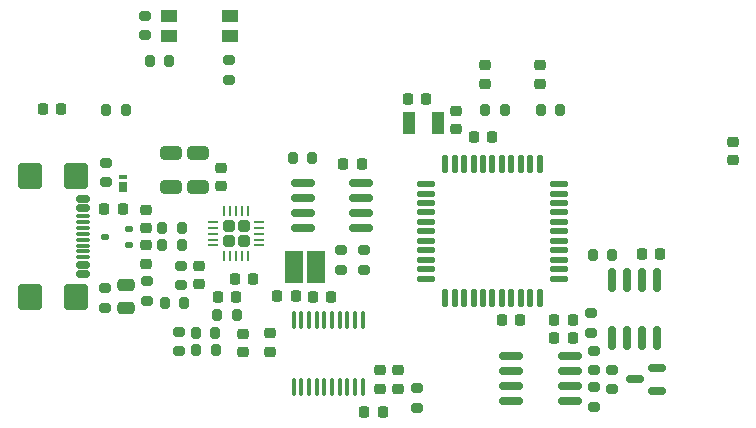
<source format=gbr>
%TF.GenerationSoftware,KiCad,Pcbnew,9.0.2*%
%TF.CreationDate,2025-09-25T10:32:18+03:00*%
%TF.ProjectId,uPIC46,75504943-3436-42e6-9b69-6361645f7063,V0*%
%TF.SameCoordinates,Original*%
%TF.FileFunction,Paste,Top*%
%TF.FilePolarity,Positive*%
%FSLAX46Y46*%
G04 Gerber Fmt 4.6, Leading zero omitted, Abs format (unit mm)*
G04 Created by KiCad (PCBNEW 9.0.2) date 2025-09-25 10:32:18*
%MOMM*%
%LPD*%
G01*
G04 APERTURE LIST*
G04 Aperture macros list*
%AMRoundRect*
0 Rectangle with rounded corners*
0 $1 Rounding radius*
0 $2 $3 $4 $5 $6 $7 $8 $9 X,Y pos of 4 corners*
0 Add a 4 corners polygon primitive as box body*
4,1,4,$2,$3,$4,$5,$6,$7,$8,$9,$2,$3,0*
0 Add four circle primitives for the rounded corners*
1,1,$1+$1,$2,$3*
1,1,$1+$1,$4,$5*
1,1,$1+$1,$6,$7*
1,1,$1+$1,$8,$9*
0 Add four rect primitives between the rounded corners*
20,1,$1+$1,$2,$3,$4,$5,0*
20,1,$1+$1,$4,$5,$6,$7,0*
20,1,$1+$1,$6,$7,$8,$9,0*
20,1,$1+$1,$8,$9,$2,$3,0*%
G04 Aperture macros list end*
%ADD10RoundRect,0.075000X0.275000X-0.390000X0.275000X0.390000X-0.275000X0.390000X-0.275000X-0.390000X0*%
%ADD11RoundRect,0.075000X0.275000X-0.075000X0.275000X0.075000X-0.275000X0.075000X-0.275000X-0.075000X0*%
%ADD12RoundRect,0.218750X-0.256250X0.218750X-0.256250X-0.218750X0.256250X-0.218750X0.256250X0.218750X0*%
%ADD13RoundRect,0.225000X0.250000X-0.225000X0.250000X0.225000X-0.250000X0.225000X-0.250000X-0.225000X0*%
%ADD14RoundRect,0.225000X0.225000X0.250000X-0.225000X0.250000X-0.225000X-0.250000X0.225000X-0.250000X0*%
%ADD15R,1.500000X2.700000*%
%ADD16RoundRect,0.200000X0.275000X-0.200000X0.275000X0.200000X-0.275000X0.200000X-0.275000X-0.200000X0*%
%ADD17RoundRect,0.150000X-0.825000X-0.150000X0.825000X-0.150000X0.825000X0.150000X-0.825000X0.150000X0*%
%ADD18RoundRect,0.200000X-0.200000X-0.275000X0.200000X-0.275000X0.200000X0.275000X-0.200000X0.275000X0*%
%ADD19RoundRect,0.200000X-0.275000X0.200000X-0.275000X-0.200000X0.275000X-0.200000X0.275000X0.200000X0*%
%ADD20RoundRect,0.218750X-0.218750X-0.256250X0.218750X-0.256250X0.218750X0.256250X-0.218750X0.256250X0*%
%ADD21RoundRect,0.225000X-0.225000X-0.250000X0.225000X-0.250000X0.225000X0.250000X-0.225000X0.250000X0*%
%ADD22RoundRect,0.250000X0.650000X-0.325000X0.650000X0.325000X-0.650000X0.325000X-0.650000X-0.325000X0*%
%ADD23RoundRect,0.150000X0.587500X0.150000X-0.587500X0.150000X-0.587500X-0.150000X0.587500X-0.150000X0*%
%ADD24RoundRect,0.218750X0.218750X0.256250X-0.218750X0.256250X-0.218750X-0.256250X0.218750X-0.256250X0*%
%ADD25RoundRect,0.225000X-0.250000X0.225000X-0.250000X-0.225000X0.250000X-0.225000X0.250000X0.225000X0*%
%ADD26R,1.100000X1.900000*%
%ADD27RoundRect,0.150000X-0.425000X0.150000X-0.425000X-0.150000X0.425000X-0.150000X0.425000X0.150000X0*%
%ADD28RoundRect,0.075000X-0.500000X0.075000X-0.500000X-0.075000X0.500000X-0.075000X0.500000X0.075000X0*%
%ADD29RoundRect,0.250000X-0.750000X0.840000X-0.750000X-0.840000X0.750000X-0.840000X0.750000X0.840000X0*%
%ADD30RoundRect,0.250000X-0.255000X0.255000X-0.255000X-0.255000X0.255000X-0.255000X0.255000X0.255000X0*%
%ADD31RoundRect,0.062500X-0.062500X0.350000X-0.062500X-0.350000X0.062500X-0.350000X0.062500X0.350000X0*%
%ADD32RoundRect,0.062500X-0.350000X0.062500X-0.350000X-0.062500X0.350000X-0.062500X0.350000X0.062500X0*%
%ADD33RoundRect,0.200000X0.200000X0.275000X-0.200000X0.275000X-0.200000X-0.275000X0.200000X-0.275000X0*%
%ADD34R,1.450000X1.000000*%
%ADD35RoundRect,0.150000X-0.150000X0.825000X-0.150000X-0.825000X0.150000X-0.825000X0.150000X0.825000X0*%
%ADD36RoundRect,0.112500X0.237500X-0.112500X0.237500X0.112500X-0.237500X0.112500X-0.237500X-0.112500X0*%
%ADD37RoundRect,0.137500X0.137500X-0.600000X0.137500X0.600000X-0.137500X0.600000X-0.137500X-0.600000X0*%
%ADD38RoundRect,0.137500X0.600000X-0.137500X0.600000X0.137500X-0.600000X0.137500X-0.600000X-0.137500X0*%
%ADD39RoundRect,0.100000X-0.100000X0.637500X-0.100000X-0.637500X0.100000X-0.637500X0.100000X0.637500X0*%
%ADD40RoundRect,0.250000X0.475000X-0.250000X0.475000X0.250000X-0.475000X0.250000X-0.475000X-0.250000X0*%
G04 APERTURE END LIST*
D10*
%TO.C,D1*%
X127220000Y-93985000D03*
D11*
X127220000Y-93100000D03*
%TD*%
D12*
%TO.C,D3*%
X162520000Y-83662500D03*
X162520000Y-85237500D03*
%TD*%
D13*
%TO.C,C7*%
X148950000Y-111015000D03*
X148950000Y-109465000D03*
%TD*%
D14*
%TO.C,C23*%
X165245000Y-106760000D03*
X163695000Y-106760000D03*
%TD*%
D13*
%TO.C,C2*%
X135500000Y-93905000D03*
X135500000Y-92355000D03*
%TD*%
D15*
%TO.C,XTAL1*%
X143550000Y-100720000D03*
X141650000Y-100720000D03*
%TD*%
D16*
%TO.C,R14*%
X152070000Y-112635000D03*
X152070000Y-110985000D03*
%TD*%
D17*
%TO.C,U7*%
X160060000Y-108300000D03*
X160060000Y-109570000D03*
X160060000Y-110840000D03*
X160060000Y-112110000D03*
X165010000Y-112110000D03*
X165010000Y-110840000D03*
X165010000Y-109570000D03*
X165010000Y-108300000D03*
%TD*%
D16*
%TO.C,R9*%
X132120000Y-102255000D03*
X132120000Y-100605000D03*
%TD*%
D18*
%TO.C,R26*%
X125785000Y-87410000D03*
X127435000Y-87410000D03*
%TD*%
D19*
%TO.C,R21*%
X166810000Y-104635000D03*
X166810000Y-106285000D03*
%TD*%
%TO.C,R3*%
X129230000Y-101945000D03*
X129230000Y-103595000D03*
%TD*%
D20*
%TO.C,D8*%
X120392500Y-87390000D03*
X121967500Y-87390000D03*
%TD*%
D21*
%TO.C,C12*%
X136655000Y-101770000D03*
X138205000Y-101770000D03*
%TD*%
D22*
%TO.C,C1*%
X133550000Y-93995000D03*
X133550000Y-91045000D03*
%TD*%
D18*
%TO.C,R7*%
X135155000Y-104770000D03*
X136805000Y-104770000D03*
%TD*%
D19*
%TO.C,R17*%
X168595000Y-109410000D03*
X168595000Y-111060000D03*
%TD*%
D17*
%TO.C,U3*%
X142415000Y-93595000D03*
X142415000Y-94865000D03*
X142415000Y-96135000D03*
X142415000Y-97405000D03*
X147365000Y-97405000D03*
X147365000Y-96135000D03*
X147365000Y-94865000D03*
X147365000Y-93595000D03*
%TD*%
D23*
%TO.C,D2*%
X172432500Y-111197500D03*
X172432500Y-109297500D03*
X170557500Y-110247500D03*
%TD*%
D24*
%TO.C,FB1*%
X127167500Y-95780000D03*
X125592500Y-95780000D03*
%TD*%
D18*
%TO.C,R8*%
X133365000Y-106300000D03*
X135015000Y-106300000D03*
%TD*%
D25*
%TO.C,C4*%
X129130000Y-98885000D03*
X129130000Y-100435000D03*
%TD*%
%TO.C,C8*%
X133660000Y-100655000D03*
X133660000Y-102205000D03*
%TD*%
D13*
%TO.C,C3*%
X129130000Y-97435000D03*
X129130000Y-95885000D03*
%TD*%
D26*
%TO.C,XTAL2*%
X153845000Y-88550000D03*
X151435000Y-88550000D03*
%TD*%
D19*
%TO.C,R19*%
X145670000Y-99305000D03*
X145670000Y-100955000D03*
%TD*%
D27*
%TO.C,J1*%
X123800000Y-94960000D03*
X123800000Y-95760000D03*
D28*
X123800000Y-96910000D03*
X123800000Y-97910000D03*
X123800000Y-98410000D03*
X123800000Y-99410000D03*
D27*
X123800000Y-100560000D03*
X123800000Y-101360000D03*
X123800000Y-101360000D03*
X123800000Y-100560000D03*
D28*
X123800000Y-99910000D03*
X123800000Y-98910000D03*
X123800000Y-97410000D03*
X123800000Y-96410000D03*
D27*
X123800000Y-95760000D03*
X123800000Y-94960000D03*
D29*
X123225000Y-93050000D03*
X119295000Y-93050000D03*
X123225000Y-103270000D03*
X119295000Y-103270000D03*
%TD*%
D30*
%TO.C,U4*%
X137387500Y-97275000D03*
X136137500Y-97275000D03*
X137387500Y-98525000D03*
X136137500Y-98525000D03*
D31*
X137762500Y-95962500D03*
X137262500Y-95962500D03*
X136762500Y-95962500D03*
X136262500Y-95962500D03*
X135762500Y-95962500D03*
D32*
X134825000Y-96900000D03*
X134825000Y-97400000D03*
X134825000Y-97900000D03*
X134825000Y-98400000D03*
X134825000Y-98900000D03*
D31*
X135762500Y-99837500D03*
X136262500Y-99837500D03*
X136762500Y-99837500D03*
X137262500Y-99837500D03*
X137762500Y-99837500D03*
D32*
X138700000Y-98900000D03*
X138700000Y-98400000D03*
X138700000Y-97900000D03*
X138700000Y-97400000D03*
X138700000Y-96900000D03*
%TD*%
D21*
%TO.C,C21*%
X140255000Y-103220000D03*
X141805000Y-103220000D03*
%TD*%
D22*
%TO.C,C14*%
X131230000Y-93995000D03*
X131230000Y-91045000D03*
%TD*%
D16*
%TO.C,R2*%
X125720000Y-93565000D03*
X125720000Y-91915000D03*
%TD*%
%TO.C,R13*%
X129060000Y-81100000D03*
X129060000Y-79450000D03*
%TD*%
D33*
%TO.C,R4*%
X143205000Y-91500000D03*
X141555000Y-91500000D03*
%TD*%
D19*
%TO.C,R15*%
X167055000Y-107825000D03*
X167055000Y-109475000D03*
%TD*%
D18*
%TO.C,R20*%
X166965000Y-99720000D03*
X168615000Y-99720000D03*
%TD*%
D14*
%TO.C,C22*%
X149155000Y-113020000D03*
X147605000Y-113020000D03*
%TD*%
D21*
%TO.C,C27*%
X151325000Y-86530000D03*
X152875000Y-86530000D03*
%TD*%
%TO.C,C13*%
X135205000Y-103280000D03*
X136755000Y-103280000D03*
%TD*%
D18*
%TO.C,R5*%
X130525000Y-98900000D03*
X132175000Y-98900000D03*
%TD*%
D14*
%TO.C,C11*%
X158465000Y-89710000D03*
X156915000Y-89710000D03*
%TD*%
%TO.C,C15*%
X147380000Y-91970000D03*
X145830000Y-91970000D03*
%TD*%
%TO.C,C20*%
X144820000Y-103230000D03*
X143270000Y-103230000D03*
%TD*%
D18*
%TO.C,R6*%
X130525000Y-97420000D03*
X132175000Y-97420000D03*
%TD*%
%TO.C,R22*%
X162535000Y-87470000D03*
X164185000Y-87470000D03*
%TD*%
D13*
%TO.C,C26*%
X155400000Y-89055000D03*
X155400000Y-87505000D03*
%TD*%
D25*
%TO.C,C9*%
X178800000Y-90125000D03*
X178800000Y-91675000D03*
%TD*%
D33*
%TO.C,R10*%
X132365000Y-103780000D03*
X130715000Y-103780000D03*
%TD*%
D34*
%TO.C,SW1*%
X136225000Y-81160000D03*
X131075000Y-81160000D03*
X136225000Y-79460000D03*
X131075000Y-79460000D03*
%TD*%
D35*
%TO.C,U8*%
X172365000Y-101805000D03*
X171095000Y-101805000D03*
X169825000Y-101805000D03*
X168555000Y-101805000D03*
X168555000Y-106755000D03*
X169825000Y-106755000D03*
X171095000Y-106755000D03*
X172365000Y-106755000D03*
%TD*%
D16*
%TO.C,R11*%
X136150000Y-84855000D03*
X136150000Y-83205000D03*
%TD*%
D18*
%TO.C,R66*%
X157835000Y-87470000D03*
X159485000Y-87470000D03*
%TD*%
D19*
%TO.C,R25*%
X131910000Y-106225000D03*
X131910000Y-107875000D03*
%TD*%
D12*
%TO.C,D7*%
X139630000Y-106342500D03*
X139630000Y-107917500D03*
%TD*%
D36*
%TO.C,U1*%
X127660000Y-98837500D03*
X127660000Y-97537500D03*
X125660000Y-98187500D03*
%TD*%
D37*
%TO.C,U2*%
X154460000Y-103372500D03*
X155260000Y-103372500D03*
X156060000Y-103372500D03*
X156860000Y-103372500D03*
X157660000Y-103372500D03*
X158460000Y-103372500D03*
X159260000Y-103372500D03*
X160060000Y-103372500D03*
X160860000Y-103372500D03*
X161660000Y-103372500D03*
X162460000Y-103372500D03*
D38*
X164122500Y-101710000D03*
X164122500Y-100910000D03*
X164122500Y-100110000D03*
X164122500Y-99310000D03*
X164122500Y-98510000D03*
X164122500Y-97710000D03*
X164122500Y-96910000D03*
X164122500Y-96110000D03*
X164122500Y-95310000D03*
X164122500Y-94510000D03*
X164122500Y-93710000D03*
D37*
X162460000Y-92047500D03*
X161660000Y-92047500D03*
X160860000Y-92047500D03*
X160060000Y-92047500D03*
X159260000Y-92047500D03*
X158460000Y-92047500D03*
X157660000Y-92047500D03*
X156860000Y-92047500D03*
X156060000Y-92047500D03*
X155260000Y-92047500D03*
X154460000Y-92047500D03*
D38*
X152797500Y-93710000D03*
X152797500Y-94510000D03*
X152797500Y-95310000D03*
X152797500Y-96110000D03*
X152797500Y-96910000D03*
X152797500Y-97710000D03*
X152797500Y-98510000D03*
X152797500Y-99310000D03*
X152797500Y-100110000D03*
X152797500Y-100910000D03*
X152797500Y-101710000D03*
%TD*%
D39*
%TO.C,U6*%
X147480000Y-105185000D03*
X146830000Y-105185000D03*
X146180000Y-105185000D03*
X145530000Y-105185000D03*
X144880000Y-105185000D03*
X144230000Y-105185000D03*
X143580000Y-105185000D03*
X142930000Y-105185000D03*
X142280000Y-105185000D03*
X141630000Y-105185000D03*
X141630000Y-110910000D03*
X142280000Y-110910000D03*
X142930000Y-110910000D03*
X143580000Y-110910000D03*
X144230000Y-110910000D03*
X144880000Y-110910000D03*
X145530000Y-110910000D03*
X146180000Y-110910000D03*
X146830000Y-110910000D03*
X147480000Y-110910000D03*
%TD*%
D14*
%TO.C,C24*%
X165245000Y-105240000D03*
X163695000Y-105240000D03*
%TD*%
D16*
%TO.C,R1*%
X125640000Y-104175000D03*
X125640000Y-102525000D03*
%TD*%
D19*
%TO.C,R18*%
X147580000Y-99305000D03*
X147580000Y-100955000D03*
%TD*%
D40*
%TO.C,C5*%
X127410000Y-104180000D03*
X127410000Y-102280000D03*
%TD*%
D19*
%TO.C,R16*%
X167045000Y-110925000D03*
X167045000Y-112575000D03*
%TD*%
D12*
%TO.C,D11*%
X157830000Y-83662500D03*
X157830000Y-85237500D03*
%TD*%
%TO.C,D5*%
X137340000Y-106382500D03*
X137340000Y-107957500D03*
%TD*%
D21*
%TO.C,C6*%
X159275000Y-105190000D03*
X160825000Y-105190000D03*
%TD*%
D33*
%TO.C,R12*%
X131105000Y-83280000D03*
X129455000Y-83280000D03*
%TD*%
D18*
%TO.C,R24*%
X133375000Y-107780000D03*
X135025000Y-107780000D03*
%TD*%
D13*
%TO.C,C17*%
X150500000Y-111015000D03*
X150500000Y-109465000D03*
%TD*%
D21*
%TO.C,C25*%
X171085000Y-99640000D03*
X172635000Y-99640000D03*
%TD*%
M02*

</source>
